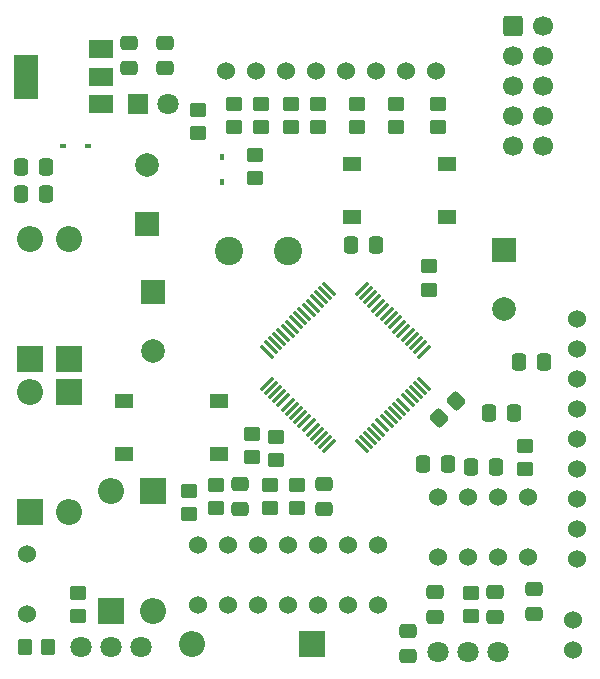
<source format=gts>
%TF.GenerationSoftware,KiCad,Pcbnew,(6.0.4)*%
%TF.CreationDate,2022-04-18T09:54:31-07:00*%
%TF.ProjectId,stm32f091_project_condensed_v02,73746d33-3266-4303-9931-5f70726f6a65,v01*%
%TF.SameCoordinates,Original*%
%TF.FileFunction,Soldermask,Top*%
%TF.FilePolarity,Negative*%
%FSLAX46Y46*%
G04 Gerber Fmt 4.6, Leading zero omitted, Abs format (unit mm)*
G04 Created by KiCad (PCBNEW (6.0.4)) date 2022-04-18 09:54:31*
%MOMM*%
%LPD*%
G01*
G04 APERTURE LIST*
G04 Aperture macros list*
%AMRoundRect*
0 Rectangle with rounded corners*
0 $1 Rounding radius*
0 $2 $3 $4 $5 $6 $7 $8 $9 X,Y pos of 4 corners*
0 Add a 4 corners polygon primitive as box body*
4,1,4,$2,$3,$4,$5,$6,$7,$8,$9,$2,$3,0*
0 Add four circle primitives for the rounded corners*
1,1,$1+$1,$2,$3*
1,1,$1+$1,$4,$5*
1,1,$1+$1,$6,$7*
1,1,$1+$1,$8,$9*
0 Add four rect primitives between the rounded corners*
20,1,$1+$1,$2,$3,$4,$5,0*
20,1,$1+$1,$4,$5,$6,$7,0*
20,1,$1+$1,$6,$7,$8,$9,0*
20,1,$1+$1,$8,$9,$2,$3,0*%
G04 Aperture macros list end*
%ADD10C,1.524000*%
%ADD11RoundRect,0.250000X-0.337500X-0.475000X0.337500X-0.475000X0.337500X0.475000X-0.337500X0.475000X0*%
%ADD12R,2.000000X2.000000*%
%ADD13C,2.000000*%
%ADD14RoundRect,0.250000X0.450000X-0.350000X0.450000X0.350000X-0.450000X0.350000X-0.450000X-0.350000X0*%
%ADD15R,2.200000X2.200000*%
%ADD16O,2.200000X2.200000*%
%ADD17RoundRect,0.250000X0.475000X-0.337500X0.475000X0.337500X-0.475000X0.337500X-0.475000X-0.337500X0*%
%ADD18RoundRect,0.250000X0.337500X0.475000X-0.337500X0.475000X-0.337500X-0.475000X0.337500X-0.475000X0*%
%ADD19R,0.450000X0.600000*%
%ADD20C,1.800000*%
%ADD21RoundRect,0.250000X-0.475000X0.337500X-0.475000X-0.337500X0.475000X-0.337500X0.475000X0.337500X0*%
%ADD22R,1.550000X1.300000*%
%ADD23C,2.400000*%
%ADD24RoundRect,0.250000X-0.450000X0.350000X-0.450000X-0.350000X0.450000X-0.350000X0.450000X0.350000X0*%
%ADD25RoundRect,0.075000X0.441942X0.548008X-0.548008X-0.441942X-0.441942X-0.548008X0.548008X0.441942X0*%
%ADD26RoundRect,0.075000X-0.441942X0.548008X-0.548008X0.441942X0.441942X-0.548008X0.548008X-0.441942X0*%
%ADD27R,1.800000X1.800000*%
%ADD28R,2.000000X1.500000*%
%ADD29R,2.000000X3.800000*%
%ADD30RoundRect,0.250000X0.350000X0.450000X-0.350000X0.450000X-0.350000X-0.450000X0.350000X-0.450000X0*%
%ADD31R,0.600000X0.450000*%
%ADD32RoundRect,0.250000X-0.600000X-0.600000X0.600000X-0.600000X0.600000X0.600000X-0.600000X0.600000X0*%
%ADD33C,1.700000*%
%ADD34RoundRect,0.250000X0.070711X-0.565685X0.565685X-0.070711X-0.070711X0.565685X-0.565685X0.070711X0*%
G04 APERTURE END LIST*
D10*
%TO.C,J3*%
X109757620Y-91664760D03*
X112297620Y-91664760D03*
X114837620Y-91664760D03*
X117377620Y-91664760D03*
X119917620Y-91664760D03*
X122457620Y-91664760D03*
X124997620Y-91664760D03*
X127537620Y-91664760D03*
%TD*%
D11*
%TO.C,C20*%
X134616120Y-116256760D03*
X136691120Y-116256760D03*
%TD*%
D12*
%TO.C,C18*%
X133367620Y-106777083D03*
D13*
X133367620Y-111777083D03*
%TD*%
D14*
%TO.C,R18*%
X120921620Y-96428760D03*
X120921620Y-94428760D03*
%TD*%
D15*
%TO.C,D3*%
X117111620Y-140132760D03*
D16*
X106951620Y-140132760D03*
%TD*%
D17*
%TO.C,C15*%
X132605620Y-137868260D03*
X132605620Y-135793260D03*
%TD*%
D18*
%TO.C,C4*%
X94527120Y-99746760D03*
X92452120Y-99746760D03*
%TD*%
D19*
%TO.C,D5*%
X109491620Y-101050760D03*
X109491620Y-98950760D03*
%TD*%
D11*
%TO.C,C16*%
X126488120Y-124892760D03*
X128563120Y-124892760D03*
%TD*%
D20*
%TO.C,RV1*%
X97553620Y-140386760D03*
X100093620Y-140386760D03*
X102633620Y-140386760D03*
%TD*%
D10*
%TO.C,J4*%
X92981620Y-137592760D03*
X92981620Y-132512760D03*
%TD*%
D21*
%TO.C,C12*%
X118127620Y-126649260D03*
X118127620Y-128724260D03*
%TD*%
D15*
%TO.C,D7*%
X93235620Y-128956760D03*
D16*
X93235620Y-118796760D03*
%TD*%
D22*
%TO.C,SW1*%
X101193620Y-124094760D03*
X109153620Y-124094760D03*
X109153620Y-119594760D03*
X101193620Y-119594760D03*
%TD*%
D14*
%TO.C,R3*%
X108983620Y-128686760D03*
X108983620Y-126686760D03*
%TD*%
D23*
%TO.C,100mH1*%
X110039620Y-106858760D03*
X115039620Y-106858760D03*
%TD*%
D24*
%TO.C,R4*%
X106697620Y-127194760D03*
X106697620Y-129194760D03*
%TD*%
D15*
%TO.C,D9*%
X96537620Y-118796760D03*
D16*
X96537620Y-128956760D03*
%TD*%
D14*
%TO.C,R8*%
X115841620Y-128686760D03*
X115841620Y-126686760D03*
%TD*%
D10*
%TO.C,LS1*%
X139209620Y-138100760D03*
X139209620Y-140640760D03*
%TD*%
D22*
%TO.C,SW2*%
X120497620Y-99528760D03*
X128457620Y-99528760D03*
X120497620Y-104028760D03*
X128457620Y-104028760D03*
%TD*%
D24*
%TO.C,R9*%
X130573620Y-135830760D03*
X130573620Y-137830760D03*
%TD*%
%TO.C,R5*%
X113555620Y-126686760D03*
X113555620Y-128686760D03*
%TD*%
%TO.C,R11*%
X107459620Y-94936760D03*
X107459620Y-96936760D03*
%TD*%
D10*
%TO.C,U2*%
X107459620Y-136830760D03*
X109999620Y-136830760D03*
X112539620Y-136830760D03*
X115079620Y-136830760D03*
X117619620Y-136830760D03*
X120159620Y-136830760D03*
X122699620Y-136830760D03*
X122699620Y-131750760D03*
X120159620Y-131750760D03*
X117619620Y-131750760D03*
X115079620Y-131750760D03*
X112539620Y-131750760D03*
X109999620Y-131750760D03*
X107459620Y-131750760D03*
%TD*%
D11*
%TO.C,C19*%
X132076120Y-120574760D03*
X134151120Y-120574760D03*
%TD*%
D17*
%TO.C,C11*%
X125239620Y-141170260D03*
X125239620Y-139095260D03*
%TD*%
D25*
%TO.C,U3*%
X126570101Y-115403579D03*
X126216548Y-115050026D03*
X125862995Y-114696473D03*
X125509441Y-114342919D03*
X125155888Y-113989366D03*
X124802334Y-113635812D03*
X124448781Y-113282259D03*
X124095228Y-112928706D03*
X123741674Y-112575152D03*
X123388121Y-112221599D03*
X123034568Y-111868046D03*
X122681014Y-111514492D03*
X122327461Y-111160939D03*
X121973907Y-110807385D03*
X121620354Y-110453832D03*
X121266801Y-110100279D03*
D26*
X118544439Y-110100279D03*
X118190886Y-110453832D03*
X117837333Y-110807385D03*
X117483779Y-111160939D03*
X117130226Y-111514492D03*
X116776672Y-111868046D03*
X116423119Y-112221599D03*
X116069566Y-112575152D03*
X115716012Y-112928706D03*
X115362459Y-113282259D03*
X115008906Y-113635812D03*
X114655352Y-113989366D03*
X114301799Y-114342919D03*
X113948245Y-114696473D03*
X113594692Y-115050026D03*
X113241139Y-115403579D03*
D25*
X113241139Y-118125941D03*
X113594692Y-118479494D03*
X113948245Y-118833047D03*
X114301799Y-119186601D03*
X114655352Y-119540154D03*
X115008906Y-119893708D03*
X115362459Y-120247261D03*
X115716012Y-120600814D03*
X116069566Y-120954368D03*
X116423119Y-121307921D03*
X116776672Y-121661474D03*
X117130226Y-122015028D03*
X117483779Y-122368581D03*
X117837333Y-122722135D03*
X118190886Y-123075688D03*
X118544439Y-123429241D03*
D26*
X121266801Y-123429241D03*
X121620354Y-123075688D03*
X121973907Y-122722135D03*
X122327461Y-122368581D03*
X122681014Y-122015028D03*
X123034568Y-121661474D03*
X123388121Y-121307921D03*
X123741674Y-120954368D03*
X124095228Y-120600814D03*
X124448781Y-120247261D03*
X124802334Y-119893708D03*
X125155888Y-119540154D03*
X125509441Y-119186601D03*
X125862995Y-118833047D03*
X126216548Y-118479494D03*
X126570101Y-118125941D03*
%TD*%
D15*
%TO.C,D1*%
X100093620Y-137338760D03*
D16*
X100093620Y-127178760D03*
%TD*%
D14*
%TO.C,R6*%
X112031620Y-124368760D03*
X112031620Y-122368760D03*
%TD*%
D20*
%TO.C,RV2*%
X127779620Y-140831260D03*
X130319620Y-140831260D03*
X132859620Y-140831260D03*
%TD*%
D27*
%TO.C,LD1*%
X102374620Y-94412760D03*
D20*
X104914620Y-94412760D03*
%TD*%
D14*
%TO.C,R19*%
X124223620Y-96428760D03*
X124223620Y-94428760D03*
%TD*%
D11*
%TO.C,C23*%
X120392120Y-106350760D03*
X122467120Y-106350760D03*
%TD*%
D18*
%TO.C,C2*%
X94527120Y-102032760D03*
X92452120Y-102032760D03*
%TD*%
D14*
%TO.C,R20*%
X127779620Y-96428760D03*
X127779620Y-94428760D03*
%TD*%
D12*
%TO.C,C22*%
X103649620Y-110333083D03*
D13*
X103649620Y-115333083D03*
%TD*%
D28*
%TO.C,U1*%
X99179620Y-94426760D03*
D29*
X92879620Y-92126760D03*
D28*
X99179620Y-92126760D03*
X99179620Y-89826760D03*
%TD*%
D12*
%TO.C,C21*%
X103141620Y-104572760D03*
D13*
X103141620Y-99572760D03*
%TD*%
D17*
%TO.C,C14*%
X135907620Y-137614260D03*
X135907620Y-135539260D03*
%TD*%
D30*
%TO.C,R1*%
X94743620Y-140386760D03*
X92743620Y-140386760D03*
%TD*%
D21*
%TO.C,C13*%
X127525620Y-135793260D03*
X127525620Y-137868260D03*
%TD*%
D24*
%TO.C,R21*%
X126987620Y-108174760D03*
X126987620Y-110174760D03*
%TD*%
D21*
%TO.C,C8*%
X101617620Y-89311260D03*
X101617620Y-91386260D03*
%TD*%
D15*
%TO.C,D6*%
X93235620Y-116002760D03*
D16*
X93235620Y-105842760D03*
%TD*%
D15*
%TO.C,D4*%
X103649620Y-127178760D03*
D16*
X103649620Y-137338760D03*
%TD*%
D31*
%TO.C,D2*%
X98095620Y-97968760D03*
X95995620Y-97968760D03*
%TD*%
D14*
%TO.C,R15*%
X112793620Y-96428760D03*
X112793620Y-94428760D03*
%TD*%
%TO.C,R16*%
X115333620Y-96428760D03*
X115333620Y-94428760D03*
%TD*%
D24*
%TO.C,R7*%
X114063620Y-122622760D03*
X114063620Y-124622760D03*
%TD*%
D15*
%TO.C,D8*%
X96537620Y-116002760D03*
D16*
X96537620Y-105842760D03*
%TD*%
D11*
%TO.C,C17*%
X130552120Y-125146760D03*
X132627120Y-125146760D03*
%TD*%
D10*
%TO.C,U4*%
X127779620Y-132766760D03*
X130319620Y-132766760D03*
X132859620Y-132766760D03*
X135399620Y-132766760D03*
X135399620Y-127686760D03*
X132859620Y-127686760D03*
X130319620Y-127686760D03*
X127779620Y-127686760D03*
%TD*%
D24*
%TO.C,R10*%
X135145620Y-123384760D03*
X135145620Y-125384760D03*
%TD*%
D14*
%TO.C,R17*%
X117619620Y-96428760D03*
X117619620Y-94428760D03*
%TD*%
%TO.C,R13*%
X112285620Y-100746760D03*
X112285620Y-98746760D03*
%TD*%
%TO.C,R14*%
X110507620Y-96428760D03*
X110507620Y-94428760D03*
%TD*%
D10*
%TO.C,J2*%
X139528245Y-132976011D03*
X139528245Y-130436011D03*
X139528245Y-127896011D03*
X139528245Y-125356011D03*
X139528245Y-122816011D03*
X139528245Y-120276011D03*
X139528245Y-117736011D03*
X139528245Y-115196011D03*
X139528245Y-112656011D03*
%TD*%
D32*
%TO.C,J1*%
X134125120Y-87854760D03*
D33*
X136665120Y-87854760D03*
X134125120Y-90394760D03*
X136665120Y-90394760D03*
X134125120Y-92934760D03*
X136665120Y-92934760D03*
X134125120Y-95474760D03*
X136665120Y-95474760D03*
X134125120Y-98014760D03*
X136665120Y-98014760D03*
%TD*%
D21*
%TO.C,C7*%
X111015620Y-126649260D03*
X111015620Y-128724260D03*
%TD*%
D14*
%TO.C,R2*%
X97299620Y-137830760D03*
X97299620Y-135830760D03*
%TD*%
D21*
%TO.C,C10*%
X104665620Y-89311260D03*
X104665620Y-91386260D03*
%TD*%
D34*
%TO.C,R12*%
X127834513Y-121027867D03*
X129248727Y-119613653D03*
%TD*%
M02*

</source>
